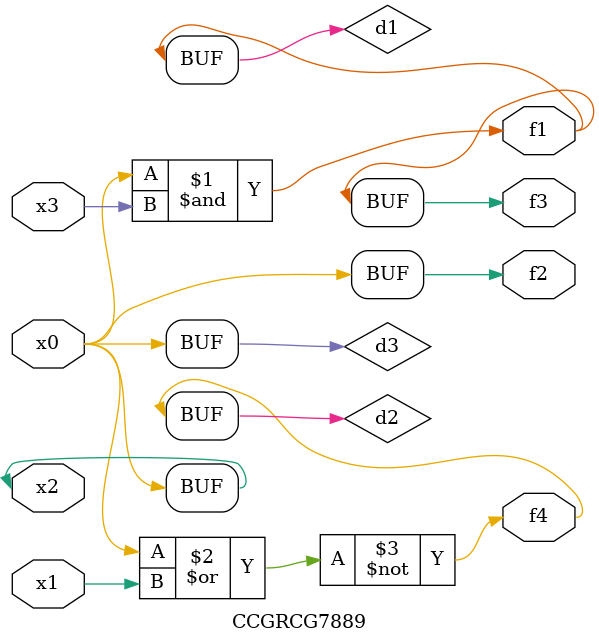
<source format=v>
module CCGRCG7889(
	input x0, x1, x2, x3,
	output f1, f2, f3, f4
);

	wire d1, d2, d3;

	and (d1, x2, x3);
	nor (d2, x0, x1);
	buf (d3, x0, x2);
	assign f1 = d1;
	assign f2 = d3;
	assign f3 = d1;
	assign f4 = d2;
endmodule

</source>
